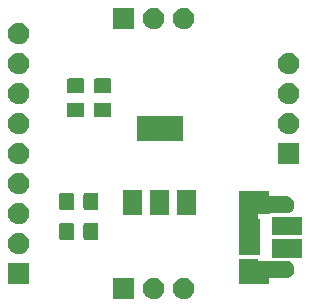
<source format=gbr>
G04 #@! TF.GenerationSoftware,KiCad,Pcbnew,(5.1.5)-3*
G04 #@! TF.CreationDate,2019-12-31T17:34:34+04:00*
G04 #@! TF.ProjectId,stm32f042_devboard,73746d33-3266-4303-9432-5f646576626f,1*
G04 #@! TF.SameCoordinates,Original*
G04 #@! TF.FileFunction,Soldermask,Bot*
G04 #@! TF.FilePolarity,Negative*
%FSLAX46Y46*%
G04 Gerber Fmt 4.6, Leading zero omitted, Abs format (unit mm)*
G04 Created by KiCad (PCBNEW (5.1.5)-3) date 2019-12-31 17:34:34*
%MOMM*%
%LPD*%
G04 APERTURE LIST*
%ADD10C,0.100000*%
G04 APERTURE END LIST*
D10*
G36*
X138061000Y-101231000D02*
G01*
X136259000Y-101231000D01*
X136259000Y-99429000D01*
X138061000Y-99429000D01*
X138061000Y-101231000D01*
G37*
G36*
X139806312Y-99432495D02*
G01*
X139962812Y-99463624D01*
X140126784Y-99531544D01*
X140274354Y-99630147D01*
X140399853Y-99755646D01*
X140498456Y-99903216D01*
X140566376Y-100067188D01*
X140601000Y-100241259D01*
X140601000Y-100418741D01*
X140566376Y-100592812D01*
X140498456Y-100756784D01*
X140399853Y-100904354D01*
X140274354Y-101029853D01*
X140126784Y-101128456D01*
X139962812Y-101196376D01*
X139813512Y-101226073D01*
X139788742Y-101231000D01*
X139611258Y-101231000D01*
X139586488Y-101226073D01*
X139437188Y-101196376D01*
X139273216Y-101128456D01*
X139125646Y-101029853D01*
X139000147Y-100904354D01*
X138901544Y-100756784D01*
X138833624Y-100592812D01*
X138799000Y-100418741D01*
X138799000Y-100241259D01*
X138833624Y-100067188D01*
X138901544Y-99903216D01*
X139000147Y-99755646D01*
X139125646Y-99630147D01*
X139273216Y-99531544D01*
X139437188Y-99463624D01*
X139593688Y-99432495D01*
X139611258Y-99429000D01*
X139788742Y-99429000D01*
X139806312Y-99432495D01*
G37*
G36*
X142346312Y-99432495D02*
G01*
X142502812Y-99463624D01*
X142666784Y-99531544D01*
X142814354Y-99630147D01*
X142939853Y-99755646D01*
X143038456Y-99903216D01*
X143106376Y-100067188D01*
X143141000Y-100241259D01*
X143141000Y-100418741D01*
X143106376Y-100592812D01*
X143038456Y-100756784D01*
X142939853Y-100904354D01*
X142814354Y-101029853D01*
X142666784Y-101128456D01*
X142502812Y-101196376D01*
X142353512Y-101226073D01*
X142328742Y-101231000D01*
X142151258Y-101231000D01*
X142126488Y-101226073D01*
X141977188Y-101196376D01*
X141813216Y-101128456D01*
X141665646Y-101029853D01*
X141540147Y-100904354D01*
X141441544Y-100756784D01*
X141373624Y-100592812D01*
X141339000Y-100418741D01*
X141339000Y-100241259D01*
X141373624Y-100067188D01*
X141441544Y-99903216D01*
X141540147Y-99755646D01*
X141665646Y-99630147D01*
X141813216Y-99531544D01*
X141977188Y-99463624D01*
X142133688Y-99432495D01*
X142151258Y-99429000D01*
X142328742Y-99429000D01*
X142346312Y-99432495D01*
G37*
G36*
X129171000Y-99961000D02*
G01*
X127369000Y-99961000D01*
X127369000Y-98159000D01*
X129171000Y-98159000D01*
X129171000Y-99961000D01*
G37*
G36*
X148038818Y-97814696D02*
G01*
X148091300Y-97830617D01*
X148115333Y-97835398D01*
X148127586Y-97836000D01*
X148522000Y-97836000D01*
X148522000Y-97886001D01*
X148524402Y-97910387D01*
X148531515Y-97933836D01*
X148543066Y-97955447D01*
X148558611Y-97974389D01*
X148577553Y-97989934D01*
X148599164Y-98001485D01*
X148622613Y-98008598D01*
X148646999Y-98011000D01*
X150353838Y-98011000D01*
X150378224Y-98008598D01*
X150390124Y-98005617D01*
X150403678Y-98001505D01*
X150510340Y-97991000D01*
X150931660Y-97991000D01*
X150967213Y-97994502D01*
X151038321Y-98001505D01*
X151175172Y-98043019D01*
X151175175Y-98043020D01*
X151301294Y-98110432D01*
X151411843Y-98201157D01*
X151502568Y-98311706D01*
X151569980Y-98437825D01*
X151569981Y-98437828D01*
X151611495Y-98574679D01*
X151625512Y-98717000D01*
X151611495Y-98859321D01*
X151596385Y-98909130D01*
X151569980Y-98996175D01*
X151502568Y-99122294D01*
X151411843Y-99232843D01*
X151301294Y-99323568D01*
X151175175Y-99390980D01*
X151175172Y-99390981D01*
X151038321Y-99432495D01*
X150954746Y-99440726D01*
X150930714Y-99445506D01*
X150908075Y-99454884D01*
X150895928Y-99463000D01*
X149566999Y-99463000D01*
X149542613Y-99465402D01*
X149519164Y-99472515D01*
X149497553Y-99484066D01*
X149478611Y-99499611D01*
X149463066Y-99518553D01*
X149451515Y-99540164D01*
X149444402Y-99563613D01*
X149442000Y-99587999D01*
X149442000Y-99950500D01*
X148568421Y-99950500D01*
X148562836Y-99947515D01*
X148539387Y-99940402D01*
X148515001Y-99938000D01*
X146920000Y-99938000D01*
X146920000Y-98442659D01*
X146919398Y-98430407D01*
X146917093Y-98407000D01*
X146919398Y-98383593D01*
X146920000Y-98371341D01*
X146920000Y-97836000D01*
X147314414Y-97836000D01*
X147338800Y-97833598D01*
X147350700Y-97830617D01*
X147403182Y-97814696D01*
X147491481Y-97806000D01*
X147950519Y-97806000D01*
X148038818Y-97814696D01*
G37*
G36*
X152292000Y-97713000D02*
G01*
X149690000Y-97713000D01*
X149690000Y-96181000D01*
X152292000Y-96181000D01*
X152292000Y-97713000D01*
G37*
G36*
X149442000Y-92406001D02*
G01*
X149444402Y-92430387D01*
X149451515Y-92453836D01*
X149463066Y-92475447D01*
X149478611Y-92494389D01*
X149497553Y-92509934D01*
X149519164Y-92521485D01*
X149542613Y-92528598D01*
X149566999Y-92531000D01*
X150941050Y-92531000D01*
X150942613Y-92531474D01*
X150954745Y-92533274D01*
X151038321Y-92541505D01*
X151175172Y-92583019D01*
X151175175Y-92583020D01*
X151301294Y-92650432D01*
X151411843Y-92741157D01*
X151502568Y-92851706D01*
X151569980Y-92977825D01*
X151569981Y-92977828D01*
X151611495Y-93114679D01*
X151625512Y-93257000D01*
X151611495Y-93399321D01*
X151569981Y-93536172D01*
X151569980Y-93536175D01*
X151502568Y-93662294D01*
X151411843Y-93772843D01*
X151301294Y-93863568D01*
X151175175Y-93930980D01*
X151175172Y-93930981D01*
X151038321Y-93972495D01*
X150954746Y-93980726D01*
X150943314Y-93983000D01*
X149566999Y-93983000D01*
X149542613Y-93985402D01*
X149519164Y-93992515D01*
X149504225Y-94000500D01*
X148666999Y-94000500D01*
X148642613Y-94002902D01*
X148619164Y-94010015D01*
X148597553Y-94021566D01*
X148578611Y-94037111D01*
X148563066Y-94056053D01*
X148551515Y-94077664D01*
X148544402Y-94101113D01*
X148542000Y-94125499D01*
X148542000Y-94311001D01*
X148544402Y-94335387D01*
X148551515Y-94358836D01*
X148563066Y-94380447D01*
X148578611Y-94399389D01*
X148597553Y-94414934D01*
X148619164Y-94426485D01*
X148642613Y-94433598D01*
X148666999Y-94436000D01*
X148717000Y-94436000D01*
X148717000Y-97538000D01*
X146965000Y-97538000D01*
X146965000Y-94312999D01*
X146962598Y-94288613D01*
X146955485Y-94265164D01*
X146943934Y-94243553D01*
X146940000Y-94238759D01*
X146940000Y-93740621D01*
X146937598Y-93716235D01*
X146934617Y-93704335D01*
X146928696Y-93684818D01*
X146917093Y-93567000D01*
X146928696Y-93449182D01*
X146934617Y-93429665D01*
X146939398Y-93405632D01*
X146940000Y-93393379D01*
X146940000Y-92086000D01*
X148515001Y-92086000D01*
X148539387Y-92083598D01*
X148562836Y-92076485D01*
X148568421Y-92073500D01*
X149442000Y-92073500D01*
X149442000Y-92406001D01*
G37*
G36*
X128383512Y-95623927D02*
G01*
X128532812Y-95653624D01*
X128696784Y-95721544D01*
X128844354Y-95820147D01*
X128969853Y-95945646D01*
X129068456Y-96093216D01*
X129136376Y-96257188D01*
X129171000Y-96431259D01*
X129171000Y-96608741D01*
X129136376Y-96782812D01*
X129068456Y-96946784D01*
X128969853Y-97094354D01*
X128844354Y-97219853D01*
X128696784Y-97318456D01*
X128532812Y-97386376D01*
X128383512Y-97416073D01*
X128358742Y-97421000D01*
X128181258Y-97421000D01*
X128156488Y-97416073D01*
X128007188Y-97386376D01*
X127843216Y-97318456D01*
X127695646Y-97219853D01*
X127570147Y-97094354D01*
X127471544Y-96946784D01*
X127403624Y-96782812D01*
X127369000Y-96608741D01*
X127369000Y-96431259D01*
X127403624Y-96257188D01*
X127471544Y-96093216D01*
X127570147Y-95945646D01*
X127695646Y-95820147D01*
X127843216Y-95721544D01*
X128007188Y-95653624D01*
X128156488Y-95623927D01*
X128181258Y-95619000D01*
X128358742Y-95619000D01*
X128383512Y-95623927D01*
G37*
G36*
X134847674Y-94757465D02*
G01*
X134885367Y-94768899D01*
X134920103Y-94787466D01*
X134950548Y-94812452D01*
X134975534Y-94842897D01*
X134994101Y-94877633D01*
X135005535Y-94915326D01*
X135010000Y-94960661D01*
X135010000Y-96047339D01*
X135005535Y-96092674D01*
X134994101Y-96130367D01*
X134975534Y-96165103D01*
X134950548Y-96195548D01*
X134920103Y-96220534D01*
X134885367Y-96239101D01*
X134847674Y-96250535D01*
X134802339Y-96255000D01*
X133965661Y-96255000D01*
X133920326Y-96250535D01*
X133882633Y-96239101D01*
X133847897Y-96220534D01*
X133817452Y-96195548D01*
X133792466Y-96165103D01*
X133773899Y-96130367D01*
X133762465Y-96092674D01*
X133758000Y-96047339D01*
X133758000Y-94960661D01*
X133762465Y-94915326D01*
X133773899Y-94877633D01*
X133792466Y-94842897D01*
X133817452Y-94812452D01*
X133847897Y-94787466D01*
X133882633Y-94768899D01*
X133920326Y-94757465D01*
X133965661Y-94753000D01*
X134802339Y-94753000D01*
X134847674Y-94757465D01*
G37*
G36*
X132797674Y-94757465D02*
G01*
X132835367Y-94768899D01*
X132870103Y-94787466D01*
X132900548Y-94812452D01*
X132925534Y-94842897D01*
X132944101Y-94877633D01*
X132955535Y-94915326D01*
X132960000Y-94960661D01*
X132960000Y-96047339D01*
X132955535Y-96092674D01*
X132944101Y-96130367D01*
X132925534Y-96165103D01*
X132900548Y-96195548D01*
X132870103Y-96220534D01*
X132835367Y-96239101D01*
X132797674Y-96250535D01*
X132752339Y-96255000D01*
X131915661Y-96255000D01*
X131870326Y-96250535D01*
X131832633Y-96239101D01*
X131797897Y-96220534D01*
X131767452Y-96195548D01*
X131742466Y-96165103D01*
X131723899Y-96130367D01*
X131712465Y-96092674D01*
X131708000Y-96047339D01*
X131708000Y-94960661D01*
X131712465Y-94915326D01*
X131723899Y-94877633D01*
X131742466Y-94842897D01*
X131767452Y-94812452D01*
X131797897Y-94787466D01*
X131832633Y-94768899D01*
X131870326Y-94757465D01*
X131915661Y-94753000D01*
X132752339Y-94753000D01*
X132797674Y-94757465D01*
G37*
G36*
X152292000Y-95793000D02*
G01*
X149690000Y-95793000D01*
X149690000Y-94261000D01*
X152292000Y-94261000D01*
X152292000Y-95793000D01*
G37*
G36*
X128383512Y-93083927D02*
G01*
X128532812Y-93113624D01*
X128696784Y-93181544D01*
X128844354Y-93280147D01*
X128969853Y-93405646D01*
X129068456Y-93553216D01*
X129136376Y-93717188D01*
X129171000Y-93891259D01*
X129171000Y-94068741D01*
X129136376Y-94242812D01*
X129068456Y-94406784D01*
X128969853Y-94554354D01*
X128844354Y-94679853D01*
X128696784Y-94778456D01*
X128532812Y-94846376D01*
X128394124Y-94873962D01*
X128358742Y-94881000D01*
X128181258Y-94881000D01*
X128145876Y-94873962D01*
X128007188Y-94846376D01*
X127843216Y-94778456D01*
X127695646Y-94679853D01*
X127570147Y-94554354D01*
X127471544Y-94406784D01*
X127403624Y-94242812D01*
X127369000Y-94068741D01*
X127369000Y-93891259D01*
X127403624Y-93717188D01*
X127471544Y-93553216D01*
X127570147Y-93405646D01*
X127695646Y-93280147D01*
X127843216Y-93181544D01*
X128007188Y-93113624D01*
X128156488Y-93083927D01*
X128181258Y-93079000D01*
X128358742Y-93079000D01*
X128383512Y-93083927D01*
G37*
G36*
X143309000Y-94117000D02*
G01*
X141707000Y-94117000D01*
X141707000Y-92015000D01*
X143309000Y-92015000D01*
X143309000Y-94117000D01*
G37*
G36*
X138709000Y-94117000D02*
G01*
X137107000Y-94117000D01*
X137107000Y-92015000D01*
X138709000Y-92015000D01*
X138709000Y-94117000D01*
G37*
G36*
X141009000Y-94117000D02*
G01*
X139407000Y-94117000D01*
X139407000Y-92015000D01*
X141009000Y-92015000D01*
X141009000Y-94117000D01*
G37*
G36*
X134847674Y-92217465D02*
G01*
X134885367Y-92228899D01*
X134920103Y-92247466D01*
X134950548Y-92272452D01*
X134975534Y-92302897D01*
X134994101Y-92337633D01*
X135005535Y-92375326D01*
X135010000Y-92420661D01*
X135010000Y-93507339D01*
X135005535Y-93552674D01*
X134994101Y-93590367D01*
X134975534Y-93625103D01*
X134950548Y-93655548D01*
X134920103Y-93680534D01*
X134885367Y-93699101D01*
X134847674Y-93710535D01*
X134802339Y-93715000D01*
X133965661Y-93715000D01*
X133920326Y-93710535D01*
X133882633Y-93699101D01*
X133847897Y-93680534D01*
X133817452Y-93655548D01*
X133792466Y-93625103D01*
X133773899Y-93590367D01*
X133762465Y-93552674D01*
X133758000Y-93507339D01*
X133758000Y-92420661D01*
X133762465Y-92375326D01*
X133773899Y-92337633D01*
X133792466Y-92302897D01*
X133817452Y-92272452D01*
X133847897Y-92247466D01*
X133882633Y-92228899D01*
X133920326Y-92217465D01*
X133965661Y-92213000D01*
X134802339Y-92213000D01*
X134847674Y-92217465D01*
G37*
G36*
X132797674Y-92217465D02*
G01*
X132835367Y-92228899D01*
X132870103Y-92247466D01*
X132900548Y-92272452D01*
X132925534Y-92302897D01*
X132944101Y-92337633D01*
X132955535Y-92375326D01*
X132960000Y-92420661D01*
X132960000Y-93507339D01*
X132955535Y-93552674D01*
X132944101Y-93590367D01*
X132925534Y-93625103D01*
X132900548Y-93655548D01*
X132870103Y-93680534D01*
X132835367Y-93699101D01*
X132797674Y-93710535D01*
X132752339Y-93715000D01*
X131915661Y-93715000D01*
X131870326Y-93710535D01*
X131832633Y-93699101D01*
X131797897Y-93680534D01*
X131767452Y-93655548D01*
X131742466Y-93625103D01*
X131723899Y-93590367D01*
X131712465Y-93552674D01*
X131708000Y-93507339D01*
X131708000Y-92420661D01*
X131712465Y-92375326D01*
X131723899Y-92337633D01*
X131742466Y-92302897D01*
X131767452Y-92272452D01*
X131797897Y-92247466D01*
X131832633Y-92228899D01*
X131870326Y-92217465D01*
X131915661Y-92213000D01*
X132752339Y-92213000D01*
X132797674Y-92217465D01*
G37*
G36*
X128383512Y-90543927D02*
G01*
X128532812Y-90573624D01*
X128696784Y-90641544D01*
X128844354Y-90740147D01*
X128969853Y-90865646D01*
X129068456Y-91013216D01*
X129136376Y-91177188D01*
X129171000Y-91351259D01*
X129171000Y-91528741D01*
X129136376Y-91702812D01*
X129068456Y-91866784D01*
X128969853Y-92014354D01*
X128844354Y-92139853D01*
X128696784Y-92238456D01*
X128532812Y-92306376D01*
X128394124Y-92333962D01*
X128358742Y-92341000D01*
X128181258Y-92341000D01*
X128145876Y-92333962D01*
X128007188Y-92306376D01*
X127843216Y-92238456D01*
X127695646Y-92139853D01*
X127570147Y-92014354D01*
X127471544Y-91866784D01*
X127403624Y-91702812D01*
X127369000Y-91528741D01*
X127369000Y-91351259D01*
X127403624Y-91177188D01*
X127471544Y-91013216D01*
X127570147Y-90865646D01*
X127695646Y-90740147D01*
X127843216Y-90641544D01*
X128007188Y-90573624D01*
X128156488Y-90543927D01*
X128181258Y-90539000D01*
X128358742Y-90539000D01*
X128383512Y-90543927D01*
G37*
G36*
X152031000Y-89801000D02*
G01*
X150229000Y-89801000D01*
X150229000Y-87999000D01*
X152031000Y-87999000D01*
X152031000Y-89801000D01*
G37*
G36*
X128383512Y-88003927D02*
G01*
X128532812Y-88033624D01*
X128696784Y-88101544D01*
X128844354Y-88200147D01*
X128969853Y-88325646D01*
X129068456Y-88473216D01*
X129136376Y-88637188D01*
X129171000Y-88811259D01*
X129171000Y-88988741D01*
X129136376Y-89162812D01*
X129068456Y-89326784D01*
X128969853Y-89474354D01*
X128844354Y-89599853D01*
X128696784Y-89698456D01*
X128532812Y-89766376D01*
X128383512Y-89796073D01*
X128358742Y-89801000D01*
X128181258Y-89801000D01*
X128156488Y-89796073D01*
X128007188Y-89766376D01*
X127843216Y-89698456D01*
X127695646Y-89599853D01*
X127570147Y-89474354D01*
X127471544Y-89326784D01*
X127403624Y-89162812D01*
X127369000Y-88988741D01*
X127369000Y-88811259D01*
X127403624Y-88637188D01*
X127471544Y-88473216D01*
X127570147Y-88325646D01*
X127695646Y-88200147D01*
X127843216Y-88101544D01*
X128007188Y-88033624D01*
X128156488Y-88003927D01*
X128181258Y-87999000D01*
X128358742Y-87999000D01*
X128383512Y-88003927D01*
G37*
G36*
X142159000Y-87817000D02*
G01*
X138257000Y-87817000D01*
X138257000Y-85715000D01*
X142159000Y-85715000D01*
X142159000Y-87817000D01*
G37*
G36*
X128383512Y-85463927D02*
G01*
X128532812Y-85493624D01*
X128696784Y-85561544D01*
X128844354Y-85660147D01*
X128969853Y-85785646D01*
X129068456Y-85933216D01*
X129136376Y-86097188D01*
X129171000Y-86271259D01*
X129171000Y-86448741D01*
X129136376Y-86622812D01*
X129068456Y-86786784D01*
X128969853Y-86934354D01*
X128844354Y-87059853D01*
X128696784Y-87158456D01*
X128532812Y-87226376D01*
X128383512Y-87256073D01*
X128358742Y-87261000D01*
X128181258Y-87261000D01*
X128156488Y-87256073D01*
X128007188Y-87226376D01*
X127843216Y-87158456D01*
X127695646Y-87059853D01*
X127570147Y-86934354D01*
X127471544Y-86786784D01*
X127403624Y-86622812D01*
X127369000Y-86448741D01*
X127369000Y-86271259D01*
X127403624Y-86097188D01*
X127471544Y-85933216D01*
X127570147Y-85785646D01*
X127695646Y-85660147D01*
X127843216Y-85561544D01*
X128007188Y-85493624D01*
X128156488Y-85463927D01*
X128181258Y-85459000D01*
X128358742Y-85459000D01*
X128383512Y-85463927D01*
G37*
G36*
X151243512Y-85463927D02*
G01*
X151392812Y-85493624D01*
X151556784Y-85561544D01*
X151704354Y-85660147D01*
X151829853Y-85785646D01*
X151928456Y-85933216D01*
X151996376Y-86097188D01*
X152031000Y-86271259D01*
X152031000Y-86448741D01*
X151996376Y-86622812D01*
X151928456Y-86786784D01*
X151829853Y-86934354D01*
X151704354Y-87059853D01*
X151556784Y-87158456D01*
X151392812Y-87226376D01*
X151243512Y-87256073D01*
X151218742Y-87261000D01*
X151041258Y-87261000D01*
X151016488Y-87256073D01*
X150867188Y-87226376D01*
X150703216Y-87158456D01*
X150555646Y-87059853D01*
X150430147Y-86934354D01*
X150331544Y-86786784D01*
X150263624Y-86622812D01*
X150229000Y-86448741D01*
X150229000Y-86271259D01*
X150263624Y-86097188D01*
X150331544Y-85933216D01*
X150430147Y-85785646D01*
X150555646Y-85660147D01*
X150703216Y-85561544D01*
X150867188Y-85493624D01*
X151016488Y-85463927D01*
X151041258Y-85459000D01*
X151218742Y-85459000D01*
X151243512Y-85463927D01*
G37*
G36*
X135970674Y-84595465D02*
G01*
X136008367Y-84606899D01*
X136043103Y-84625466D01*
X136073548Y-84650452D01*
X136098534Y-84680897D01*
X136117101Y-84715633D01*
X136128535Y-84753326D01*
X136133000Y-84798661D01*
X136133000Y-85635339D01*
X136128535Y-85680674D01*
X136117101Y-85718367D01*
X136098534Y-85753103D01*
X136073548Y-85783548D01*
X136043103Y-85808534D01*
X136008367Y-85827101D01*
X135970674Y-85838535D01*
X135925339Y-85843000D01*
X134838661Y-85843000D01*
X134793326Y-85838535D01*
X134755633Y-85827101D01*
X134720897Y-85808534D01*
X134690452Y-85783548D01*
X134665466Y-85753103D01*
X134646899Y-85718367D01*
X134635465Y-85680674D01*
X134631000Y-85635339D01*
X134631000Y-84798661D01*
X134635465Y-84753326D01*
X134646899Y-84715633D01*
X134665466Y-84680897D01*
X134690452Y-84650452D01*
X134720897Y-84625466D01*
X134755633Y-84606899D01*
X134793326Y-84595465D01*
X134838661Y-84591000D01*
X135925339Y-84591000D01*
X135970674Y-84595465D01*
G37*
G36*
X133684674Y-84595465D02*
G01*
X133722367Y-84606899D01*
X133757103Y-84625466D01*
X133787548Y-84650452D01*
X133812534Y-84680897D01*
X133831101Y-84715633D01*
X133842535Y-84753326D01*
X133847000Y-84798661D01*
X133847000Y-85635339D01*
X133842535Y-85680674D01*
X133831101Y-85718367D01*
X133812534Y-85753103D01*
X133787548Y-85783548D01*
X133757103Y-85808534D01*
X133722367Y-85827101D01*
X133684674Y-85838535D01*
X133639339Y-85843000D01*
X132552661Y-85843000D01*
X132507326Y-85838535D01*
X132469633Y-85827101D01*
X132434897Y-85808534D01*
X132404452Y-85783548D01*
X132379466Y-85753103D01*
X132360899Y-85718367D01*
X132349465Y-85680674D01*
X132345000Y-85635339D01*
X132345000Y-84798661D01*
X132349465Y-84753326D01*
X132360899Y-84715633D01*
X132379466Y-84680897D01*
X132404452Y-84650452D01*
X132434897Y-84625466D01*
X132469633Y-84606899D01*
X132507326Y-84595465D01*
X132552661Y-84591000D01*
X133639339Y-84591000D01*
X133684674Y-84595465D01*
G37*
G36*
X151243512Y-82923927D02*
G01*
X151392812Y-82953624D01*
X151556784Y-83021544D01*
X151704354Y-83120147D01*
X151829853Y-83245646D01*
X151928456Y-83393216D01*
X151996376Y-83557188D01*
X152031000Y-83731259D01*
X152031000Y-83908741D01*
X151996376Y-84082812D01*
X151928456Y-84246784D01*
X151829853Y-84394354D01*
X151704354Y-84519853D01*
X151556784Y-84618456D01*
X151392812Y-84686376D01*
X151245723Y-84715633D01*
X151218742Y-84721000D01*
X151041258Y-84721000D01*
X151014277Y-84715633D01*
X150867188Y-84686376D01*
X150703216Y-84618456D01*
X150555646Y-84519853D01*
X150430147Y-84394354D01*
X150331544Y-84246784D01*
X150263624Y-84082812D01*
X150229000Y-83908741D01*
X150229000Y-83731259D01*
X150263624Y-83557188D01*
X150331544Y-83393216D01*
X150430147Y-83245646D01*
X150555646Y-83120147D01*
X150703216Y-83021544D01*
X150867188Y-82953624D01*
X151016488Y-82923927D01*
X151041258Y-82919000D01*
X151218742Y-82919000D01*
X151243512Y-82923927D01*
G37*
G36*
X128383512Y-82923927D02*
G01*
X128532812Y-82953624D01*
X128696784Y-83021544D01*
X128844354Y-83120147D01*
X128969853Y-83245646D01*
X129068456Y-83393216D01*
X129136376Y-83557188D01*
X129171000Y-83731259D01*
X129171000Y-83908741D01*
X129136376Y-84082812D01*
X129068456Y-84246784D01*
X128969853Y-84394354D01*
X128844354Y-84519853D01*
X128696784Y-84618456D01*
X128532812Y-84686376D01*
X128385723Y-84715633D01*
X128358742Y-84721000D01*
X128181258Y-84721000D01*
X128154277Y-84715633D01*
X128007188Y-84686376D01*
X127843216Y-84618456D01*
X127695646Y-84519853D01*
X127570147Y-84394354D01*
X127471544Y-84246784D01*
X127403624Y-84082812D01*
X127369000Y-83908741D01*
X127369000Y-83731259D01*
X127403624Y-83557188D01*
X127471544Y-83393216D01*
X127570147Y-83245646D01*
X127695646Y-83120147D01*
X127843216Y-83021544D01*
X128007188Y-82953624D01*
X128156488Y-82923927D01*
X128181258Y-82919000D01*
X128358742Y-82919000D01*
X128383512Y-82923927D01*
G37*
G36*
X135970674Y-82545465D02*
G01*
X136008367Y-82556899D01*
X136043103Y-82575466D01*
X136073548Y-82600452D01*
X136098534Y-82630897D01*
X136117101Y-82665633D01*
X136128535Y-82703326D01*
X136133000Y-82748661D01*
X136133000Y-83585339D01*
X136128535Y-83630674D01*
X136117101Y-83668367D01*
X136098534Y-83703103D01*
X136073548Y-83733548D01*
X136043103Y-83758534D01*
X136008367Y-83777101D01*
X135970674Y-83788535D01*
X135925339Y-83793000D01*
X134838661Y-83793000D01*
X134793326Y-83788535D01*
X134755633Y-83777101D01*
X134720897Y-83758534D01*
X134690452Y-83733548D01*
X134665466Y-83703103D01*
X134646899Y-83668367D01*
X134635465Y-83630674D01*
X134631000Y-83585339D01*
X134631000Y-82748661D01*
X134635465Y-82703326D01*
X134646899Y-82665633D01*
X134665466Y-82630897D01*
X134690452Y-82600452D01*
X134720897Y-82575466D01*
X134755633Y-82556899D01*
X134793326Y-82545465D01*
X134838661Y-82541000D01*
X135925339Y-82541000D01*
X135970674Y-82545465D01*
G37*
G36*
X133684674Y-82545465D02*
G01*
X133722367Y-82556899D01*
X133757103Y-82575466D01*
X133787548Y-82600452D01*
X133812534Y-82630897D01*
X133831101Y-82665633D01*
X133842535Y-82703326D01*
X133847000Y-82748661D01*
X133847000Y-83585339D01*
X133842535Y-83630674D01*
X133831101Y-83668367D01*
X133812534Y-83703103D01*
X133787548Y-83733548D01*
X133757103Y-83758534D01*
X133722367Y-83777101D01*
X133684674Y-83788535D01*
X133639339Y-83793000D01*
X132552661Y-83793000D01*
X132507326Y-83788535D01*
X132469633Y-83777101D01*
X132434897Y-83758534D01*
X132404452Y-83733548D01*
X132379466Y-83703103D01*
X132360899Y-83668367D01*
X132349465Y-83630674D01*
X132345000Y-83585339D01*
X132345000Y-82748661D01*
X132349465Y-82703326D01*
X132360899Y-82665633D01*
X132379466Y-82630897D01*
X132404452Y-82600452D01*
X132434897Y-82575466D01*
X132469633Y-82556899D01*
X132507326Y-82545465D01*
X132552661Y-82541000D01*
X133639339Y-82541000D01*
X133684674Y-82545465D01*
G37*
G36*
X151243512Y-80383927D02*
G01*
X151392812Y-80413624D01*
X151556784Y-80481544D01*
X151704354Y-80580147D01*
X151829853Y-80705646D01*
X151928456Y-80853216D01*
X151996376Y-81017188D01*
X152031000Y-81191259D01*
X152031000Y-81368741D01*
X151996376Y-81542812D01*
X151928456Y-81706784D01*
X151829853Y-81854354D01*
X151704354Y-81979853D01*
X151556784Y-82078456D01*
X151392812Y-82146376D01*
X151243512Y-82176073D01*
X151218742Y-82181000D01*
X151041258Y-82181000D01*
X151016488Y-82176073D01*
X150867188Y-82146376D01*
X150703216Y-82078456D01*
X150555646Y-81979853D01*
X150430147Y-81854354D01*
X150331544Y-81706784D01*
X150263624Y-81542812D01*
X150229000Y-81368741D01*
X150229000Y-81191259D01*
X150263624Y-81017188D01*
X150331544Y-80853216D01*
X150430147Y-80705646D01*
X150555646Y-80580147D01*
X150703216Y-80481544D01*
X150867188Y-80413624D01*
X151016488Y-80383927D01*
X151041258Y-80379000D01*
X151218742Y-80379000D01*
X151243512Y-80383927D01*
G37*
G36*
X128383512Y-80383927D02*
G01*
X128532812Y-80413624D01*
X128696784Y-80481544D01*
X128844354Y-80580147D01*
X128969853Y-80705646D01*
X129068456Y-80853216D01*
X129136376Y-81017188D01*
X129171000Y-81191259D01*
X129171000Y-81368741D01*
X129136376Y-81542812D01*
X129068456Y-81706784D01*
X128969853Y-81854354D01*
X128844354Y-81979853D01*
X128696784Y-82078456D01*
X128532812Y-82146376D01*
X128383512Y-82176073D01*
X128358742Y-82181000D01*
X128181258Y-82181000D01*
X128156488Y-82176073D01*
X128007188Y-82146376D01*
X127843216Y-82078456D01*
X127695646Y-81979853D01*
X127570147Y-81854354D01*
X127471544Y-81706784D01*
X127403624Y-81542812D01*
X127369000Y-81368741D01*
X127369000Y-81191259D01*
X127403624Y-81017188D01*
X127471544Y-80853216D01*
X127570147Y-80705646D01*
X127695646Y-80580147D01*
X127843216Y-80481544D01*
X128007188Y-80413624D01*
X128156488Y-80383927D01*
X128181258Y-80379000D01*
X128358742Y-80379000D01*
X128383512Y-80383927D01*
G37*
G36*
X128383512Y-77843927D02*
G01*
X128532812Y-77873624D01*
X128696784Y-77941544D01*
X128844354Y-78040147D01*
X128969853Y-78165646D01*
X129068456Y-78313216D01*
X129136376Y-78477188D01*
X129171000Y-78651259D01*
X129171000Y-78828741D01*
X129136376Y-79002812D01*
X129068456Y-79166784D01*
X128969853Y-79314354D01*
X128844354Y-79439853D01*
X128696784Y-79538456D01*
X128532812Y-79606376D01*
X128383512Y-79636073D01*
X128358742Y-79641000D01*
X128181258Y-79641000D01*
X128156488Y-79636073D01*
X128007188Y-79606376D01*
X127843216Y-79538456D01*
X127695646Y-79439853D01*
X127570147Y-79314354D01*
X127471544Y-79166784D01*
X127403624Y-79002812D01*
X127369000Y-78828741D01*
X127369000Y-78651259D01*
X127403624Y-78477188D01*
X127471544Y-78313216D01*
X127570147Y-78165646D01*
X127695646Y-78040147D01*
X127843216Y-77941544D01*
X128007188Y-77873624D01*
X128156488Y-77843927D01*
X128181258Y-77839000D01*
X128358742Y-77839000D01*
X128383512Y-77843927D01*
G37*
G36*
X139813512Y-76573927D02*
G01*
X139962812Y-76603624D01*
X140126784Y-76671544D01*
X140274354Y-76770147D01*
X140399853Y-76895646D01*
X140498456Y-77043216D01*
X140566376Y-77207188D01*
X140601000Y-77381259D01*
X140601000Y-77558741D01*
X140566376Y-77732812D01*
X140498456Y-77896784D01*
X140399853Y-78044354D01*
X140274354Y-78169853D01*
X140126784Y-78268456D01*
X139962812Y-78336376D01*
X139813512Y-78366073D01*
X139788742Y-78371000D01*
X139611258Y-78371000D01*
X139586488Y-78366073D01*
X139437188Y-78336376D01*
X139273216Y-78268456D01*
X139125646Y-78169853D01*
X139000147Y-78044354D01*
X138901544Y-77896784D01*
X138833624Y-77732812D01*
X138799000Y-77558741D01*
X138799000Y-77381259D01*
X138833624Y-77207188D01*
X138901544Y-77043216D01*
X139000147Y-76895646D01*
X139125646Y-76770147D01*
X139273216Y-76671544D01*
X139437188Y-76603624D01*
X139586488Y-76573927D01*
X139611258Y-76569000D01*
X139788742Y-76569000D01*
X139813512Y-76573927D01*
G37*
G36*
X138061000Y-78371000D02*
G01*
X136259000Y-78371000D01*
X136259000Y-76569000D01*
X138061000Y-76569000D01*
X138061000Y-78371000D01*
G37*
G36*
X142353512Y-76573927D02*
G01*
X142502812Y-76603624D01*
X142666784Y-76671544D01*
X142814354Y-76770147D01*
X142939853Y-76895646D01*
X143038456Y-77043216D01*
X143106376Y-77207188D01*
X143141000Y-77381259D01*
X143141000Y-77558741D01*
X143106376Y-77732812D01*
X143038456Y-77896784D01*
X142939853Y-78044354D01*
X142814354Y-78169853D01*
X142666784Y-78268456D01*
X142502812Y-78336376D01*
X142353512Y-78366073D01*
X142328742Y-78371000D01*
X142151258Y-78371000D01*
X142126488Y-78366073D01*
X141977188Y-78336376D01*
X141813216Y-78268456D01*
X141665646Y-78169853D01*
X141540147Y-78044354D01*
X141441544Y-77896784D01*
X141373624Y-77732812D01*
X141339000Y-77558741D01*
X141339000Y-77381259D01*
X141373624Y-77207188D01*
X141441544Y-77043216D01*
X141540147Y-76895646D01*
X141665646Y-76770147D01*
X141813216Y-76671544D01*
X141977188Y-76603624D01*
X142126488Y-76573927D01*
X142151258Y-76569000D01*
X142328742Y-76569000D01*
X142353512Y-76573927D01*
G37*
M02*

</source>
